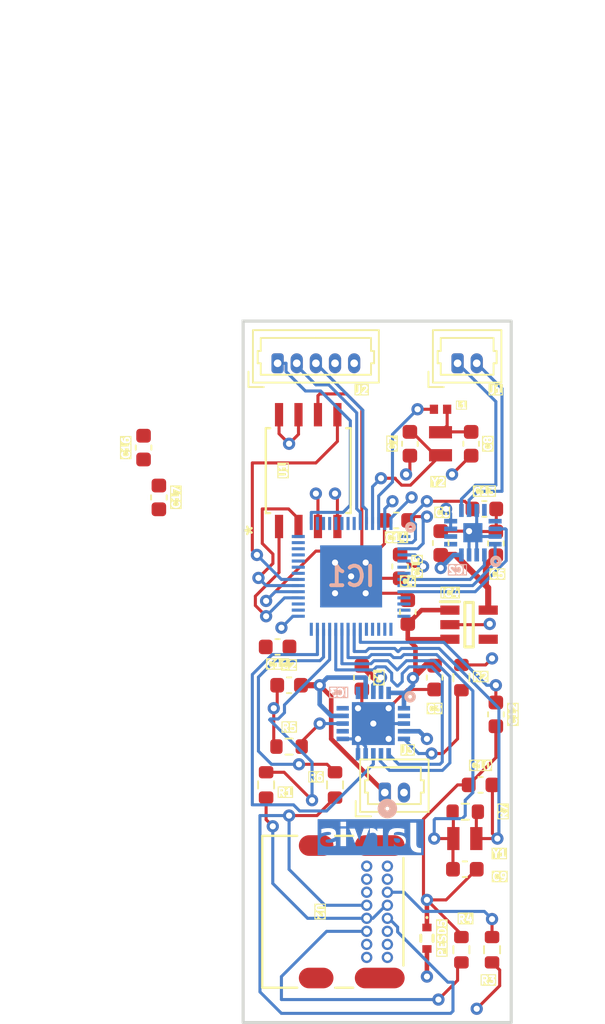
<source format=kicad_pcb>
(kicad_pcb (version 20240108) (generator "pcbnew") (generator_version "8.0")
  (layers (0 "F.Cu" signal) (1 "In1.Cu" signal) (2 "In2.Cu" signal) (31 "B.Cu" signal) (34 "B.Paste" user) (35 "F.Paste" user) (36 "B.SilkS" user "B.Silkscreen") (37 "F.SilkS" user "F.Silkscreen") (38 "B.Mask" user) (39 "F.Mask" user) (44 "Edge.Cuts" user))
  (net 0 "")
  (net 29 "Net-(IC2-OUTP)")
  (net 30 "Net-(IC2-OUTN)")
  (net 39 "GND")
  (net 40 "VBUS")
  (net 41 "/VBAT_1")
  (net 42 "/SYS")
  (net 43 "/PROG1")
  (net 44 "/THERM")
  (net 45 "+3.3V")
  (net 47 "Net-(IC1-GPIO19)")
  (net 48 "Net-(IC1-GPIO20)")
  (net 49 "Net-(U2-CC1)")
  (net 50 "/USB_DN")
  (net 51 "/USB_DP")
  (net 55 "Net-(U2-CC2)")
  (net 56 "Net-(IC1-SPICLK)")
  (net 57 "Net-(IC1-SPID)")
  (net 58 "Net-(IC1-SPIQ)")
  (net 60 "Net-(IC1-GPIO17)")
  (net 62 "Net-(IC1-GPIO18)")
  (net 63 "Net-(IC1-GPIO4)")
  (net 64 "Net-(IC1-GPIO3)")
  (net 65 "Net-(IC1-GPIO5)")
  (net 66 "Net-(IC1-GPIO21)")
  (net 67 "Net-(IC1-GPIO38)")
  (net 68 "Net-(IC1-GPIO46)")
  (net 69 "Net-(IC1-GPIO45)")
  (net 70 "Net-(IC1-XTAL_N)")
  (net 71 "Net-(C8-Pad2)")
  (net 72 "Net-(IC1-XTAL_32K_N)")
  (net 73 "Net-(IC1-XTAL_32K_P)")
  (net 74 "Net-(IC1-XTAL_P)")
  (footprint "Resistor_SMD:R_0603_1608Metric" (layer "F.Cu") (at 138.25 140.75 -90)
    (property "Reference" "R4")
    (property "Value" "5.1k")
  )
  (footprint "Capacitor_SMD:C_0603_1608Metric" (layer "F.Cu") (at 134 112.75 180)
    (property "Reference" "C14")
    (property "Value" "0.1uf")
  )
  (footprint "jarvis:PESD5V0X1UAB115" (layer "F.Cu") (at 136 140 -90)
    (property "Reference" "PESD5")
    (property "Value" "PESD5V0X1UAB,115" (hide yes))
  )
  (footprint "Capacitor_SMD:C_0603_1608Metric" (layer "F.Cu") (at 139.75 112)
    (property "Reference" "C13")
    (property "Value" "0.1uf")
  )
  (footprint "jarvis:MLG1005SR24JT000" (layer "F.Cu") (at 136.8875 105.5)
    (property "Reference" "L1")
    (property "Value" "24nh")
  )
  (footprint "Resistor_SMD:R_0603_1608Metric" (layer "F.Cu") (at 127 127.5 180)
    (property "Reference" "R1")
    (property "Value" "2k")
  )
  (footprint "jarvis:TLV70033DDCT" (layer "F.Cu") (at 138.75 119.55)
    (property "Reference" "IC4")
    (property "Value" "TLV70033DDCT" (hide yes))
  )
  (footprint "Resistor_SMD:R_0603_1608Metric" (layer "F.Cu") (at 125.5 130 90)
    (property "Reference" "R5")
    (property "Value" "22")
  )
  (footprint "Capacitor_SMD:C_0603_1608Metric" (layer "F.Cu") (at 131.75 123 -90)
    (property "Reference" "C1")
    (property "Value" "1uf")
  )
  (footprint "Resistor_SMD:R_0603_1608Metric" (layer "F.Cu") (at 130 130 90)
    (property "Reference" "R6")
    (property "Value" "22")
  )
  (footprint "Connector_Molex:Molex_PicoBlade_53047-0510_1x05_P1.25mm_Vertical" (layer "F.Cu") (at 126.25 102.5)
    (property "Reference" "J2")
    (property "Value" "Mic Conn_01x05")
  )
  (footprint "Resistor_SMD:R_0603_1608Metric" (layer "F.Cu") (at 140.25 140.75 -90)
    (property "Reference" "R3")
    (property "Value" "5.1k")
  )
  (footprint "Capacitor_SMD:C_0603_1608Metric" (layer "F.Cu") (at 134.75 118.725 -90)
    (property "Reference" "C4")
    (property "Value" "1uf")
  )
  (footprint "Capacitor_SMD:C_0603_1608Metric" (layer "F.Cu") (at 136.5 123 90)
    (property "Reference" "C3")
    (property "Value" "4.7uf")
  )
  (footprint "Capacitor_SMD:C_0603_1608Metric" (layer "F.Cu") (at 138.8875 107.75 90)
    (property "Reference" "C8")
    (property "Value" "12pf")
  )
  (footprint "Capacitor_SMD:C_0603_1608Metric" (layer "F.Cu") (at 134.8875 107.75 -90)
    (property "Reference" "C7")
    (property "Value" "12pf")
  )
  (footprint "jarvis:XTAL_CM8V-T1A-32.768KHZ-7PF-20PPM-TA-QC" (layer "F.Cu") (at 138.475 133.5 180)
    (property "Reference" "Y1")
    (property "Value" "Crystal 32.768khz")
  )
  (footprint "Capacitor_SMD:C_0603_1608Metric" (layer "F.Cu") (at 134.25 115.75 -90)
    (property "Reference" "C15")
    (property "Value" "0.1uf")
  )
  (footprint "Capacitor_SMD:C_0603_1608Metric" (layer "F.Cu") (at 138.475 135.5)
    (property "Reference" "C9")
    (property "Value" "12pf")
  )
  (footprint "Capacitor_SMD:C_0603_1608Metric" (layer "F.Cu") (at 139.5 130 180)
    (property "Reference" "C10")
    (property "Value" "12pf")
  )
  (footprint "jarvis:2137160001_MOL" (layer "F.Cu") (at 133.4182 135.300001 -90)
    (property "Reference" "U2")
    (property "Value" "2137160001")
  )
  (footprint "jarvis:W25Q64JVSSIQ" (layer "F.Cu") (at 128.25 109.5 90)
    (property "Reference" "U1")
    (property "Value" "W25Q64JVSSIQ")
  )
  (footprint "Capacitor_SMD:C_0603_1608Metric" (layer "F.Cu") (at 117.5 108 90)
    (property "Reference" "C16")
    (property "Value" "0.1uf")
  )
  (footprint "Capacitor_SMD:C_0603_1608Metric" (layer "F.Cu") (at 118.5 111.25 -90)
    (property "Reference" "C17")
    (property "Value" "0.1uf")
  )
  (footprint "Capacitor_SMD:C_0603_1608Metric" (layer "F.Cu") (at 140.5 125.4 -90)
    (property "Reference" "C12")
    (property "Value" "0.1uf")
  )
  (footprint "Capacitor_SMD:C_0603_1608Metric" (layer "F.Cu") (at 140.5 114.25 -90)
    (property "Reference" "C5")
    (property "Value" "1uf")
  )
  (footprint "Connector_Molex:Molex_PicoBlade_53047-0210_1x02_P1.25mm_Vertical" (layer "F.Cu") (at 138 102.5)
    (property "Reference" "J1")
    (property "Value" "Conn_01x02 - Speaker")
  )
  (footprint "Resistor_SMD:R_0603_1608Metric" (layer "F.Cu") (at 138.25 123 -90)
    (property "Reference" "R2")
    (property "Value" "10k")
  )
  (footprint "Connector_Molex:Molex_PicoBlade_53047-0210_1x02_P1.25mm_Vertical" (layer "F.Cu") (at 133.25 130.5)
    (property "Reference" "J3")
    (property "Value" "Conn_01x02 - Battery")
  )
  (footprint "Capacitor_SMD:C_0603_1608Metric" (layer "F.Cu") (at 136.9 114.225 -90)
    (property "Reference" "C6")
    (property "Value" "10uf")
  )
  (footprint "jarvis:XTAL_CM8V-T1A-32.768KHZ-7PF-20PPM-TA-QC" (layer "F.Cu") (at 136.8875 107.75 90)
    (property "Reference" "Y2")
    (property "Value" "Crystal 40mhz")
  )
  (footprint "Resistor_SMD:R_0603_1608Metric" (layer "F.Cu") (at 138.5 131.75 180)
    (property "Reference" "R7")
    (property "Value" "5M")
  )
  (footprint "Capacitor_SMD:C_0603_1608Metric" (layer "F.Cu") (at 127 123.5 180)
    (property "Reference" "C2")
    (property "Value" "10uf")
  )
  (footprint "Capacitor_SMD:C_0603_1608Metric" (layer "F.Cu") (at 126.25 121 180)
    (property "Reference" "C11")
    (property "Value" "0.1uf")
  )
  (footprint "jarvis:MCP73871T-4CAI ML" (layer "B.Cu") (at 132.5 126 180)
    (property "Reference" "IC3")
    (property "Value" "MCP73871T-4CAI_ML" (hide yes))
  )
  (footprint "jarvis:LIB_MAX98357AETE+T" (layer "B.Cu") (at 139 113.55 90)
    (property "Reference" "IC2")
    (property "Value" "MAX98357AETE+T" (hide yes))
  )
  (footprint "jarvis:esp32-s3r16v" (layer "B.Cu") (at 131.05 116.4 180)
    (property "Reference" "IC1")
    (property "Value" "ESP32-S3R16V" (hide yes))
  )
  (gr_rect (start 124 99.75) (end 141.5 145.5) (stroke (width 0.2)) (fill none) (layer "Edge.Cuts"))
  (gr_text "Jarvis" (at 135.5 134.25 0) (layer "B.Cu" knockout) (effects (font (size 1.5 1.5) (thickness 0.3) (bold yes)) (justify left bottom mirror)))
  (segment (start 138 102.5) (end 140.5 105) (width 0.2) (layer "B.Cu") (net 29))
  (segment (start 138.25 111.359314) (end 138.25 112.1) (width 0.2) (layer "B.Cu") (net 29))
  (segment (start 140.5 110.45) (end 139.159314 110.45) (width 0.2) (layer "B.Cu") (net 29))
  (segment (start 139.159314 110.45) (end 138.25 111.359314) (width 0.2) (layer "B.Cu") (net 29))
  (segment (start 140.5 105) (end 140.5 110.45) (width 0.2) (layer "B.Cu") (net 29))
  (segment (start 140.9 110.85) (end 140.9 104.15) (width 0.2) (layer "B.Cu") (net 30))
  (segment (start 138.75 111.425) (end 139.325 110.85) (width 0.2) (layer "B.Cu") (net 30))
  (segment (start 139.325 110.85) (end 140.9 110.85) (width 0.2) (layer "B.Cu") (net 30))
  (segment (start 138.75 112.1) (end 138.75 111.425) (width 0.2) (layer "B.Cu") (net 30))
  (segment (start 140.9 104.15) (end 139.25 102.5) (width 0.2) (layer "B.Cu") (net 30))
  (segment (start 130.155 111.155) (end 130 111) (width 0.2) (layer "F.Cu") (net 39))
  (segment (start 138.8625 108.525) (end 137.6375 109.75) (width 0.2) (layer "F.Cu") (net 39))
  (segment (start 138.8875 108.525) (end 138.8625 108.525) (width 0.2) (layer "F.Cu") (net 39))
  (segment (start 135.775 132.225) (end 138 130) (width 0.2) (layer "F.Cu") (net 39))
  (segment (start 140.25 141.575) (end 140.75 142.075) (width 0.2) (layer "F.Cu") (net 39))
  (segment (start 134.25 116.525) (end 132.975 116.525) (width 0.2) (layer "F.Cu") (net 39))
  (segment (start 138.75 113.45) (end 136.9 113.45) (width 0.2) (layer "F.Cu") (net 39))
  (segment (start 140.525 113.45) (end 140.5 113.475) (width 0.2) (layer "F.Cu") (net 39))
  (segment (start 132.975 116.525) (end 132 117.5) (width 0.2) (layer "F.Cu") (net 39))
  (segment (start 134.3 117.5) (end 134.75 117.95) (width 0.2) (layer "F.Cu") (net 39))
  (segment (start 134.725 123.775) (end 133.5 125) (width 0.2) (layer "F.Cu") (net 39))
  (segment (start 134.8875 108.525) (end 134.8875 109.5) (width 0.2) (layer "F.Cu") (net 39))
  (segment (start 138.25 139.925) (end 138.25 139.75) (width 0.2) (layer "F.Cu") (net 39))
  (segment (start 139.825 122.175) (end 140.25 121.75) (width 0.2) (layer "F.Cu") (net 39))
  (segment (start 130.155 113.1449) (end 130.155 111.155) (width 0.2) (layer "F.Cu") (net 39))
  (segment (start 133.225 112.75) (end 133.225 114.275) (width 0.2) (layer "F.Cu") (net 39))
  (segment (start 136 139.3) (end 136 137.5) (width 0.3) (layer "F.Cu") (net 39))
  (segment (start 140.525 112) (end 140.525 113.45) (width 0.2) (layer "F.Cu") (net 39))
  (segment (start 131.75 123.775) (end 131.75 124.75) (width 0.2) (layer "F.Cu") (net 39))
  (segment (start 126.225 124.775) (end 126 125) (width 0.2) (layer "F.Cu") (net 39))
  (segment (start 140.5 126.175) (end 140.5 128.225) (width 0.2) (layer "F.Cu") (net 39))
  (segment (start 136 137.5) (end 137.25 137.5) (width 0.2) (layer "F.Cu") (net 39))
  (segment (start 133.225 114.275) (end 132 115.5) (width 0.2) (layer "F.Cu") (net 39))
  (segment (start 140.1 119.5) (end 140.05 119.55) (width 0.2) (layer "F.Cu") (net 39))
  (segment (start 140.75 142.075) (end 140.75 143.1) (width 0.2) (layer "F.Cu") (net 39))
  (segment (start 137.25 137.5) (end 139.25 135.5) (width 0.2) (layer "F.Cu") (net 39))
  (segment (start 126 127.35) (end 126 125) (width 0.2) (layer "F.Cu") (net 39))
  (segment (start 138.775 113.475) (end 138.75 113.45) (width 0.2) (layer "F.Cu") (net 39))
  (segment (start 140.75 143.1) (end 139.25 144.6) (width 0.2) (layer "F.Cu") (net 39))
  (segment (start 138 130) (end 138.725 130) (width 0.2) (layer "F.Cu") (net 39))
  (segment (start 136.5 123.775) (end 134.725 123.775) (width 0.2) (layer "F.Cu") (net 39))
  (segment (start 131.75 124.75) (end 131.5 125) (width 0.2) (layer "F.Cu") (net 39))
  (segment (start 138.25 122.175) (end 139.825 122.175) (width 0.2) (layer "F.Cu") (net 39))
  (segment (start 134.8875 109.5) (end 134.6375 109.75) (width 0.2) (layer "F.Cu") (net 39))
  (segment (start 140.5 113.475) (end 138.775 113.475) (width 0.2) (layer "F.Cu") (net 39))
  (segment (start 138.25 139.75) (end 136 137.5) (width 0.2) (layer "F.Cu") (net 39))
  (segment (start 140.5 128.225) (end 138.725 130) (width 0.2) (layer "F.Cu") (net 39))
  (segment (start 126.225 123.5) (end 126.225 124.775) (width 0.2) (layer "F.Cu") (net 39))
  (segment (start 136 137.5) (end 135.775 137.275) (width 0.2) (layer "F.Cu") (net 39))
  (segment (start 140.05 119.55) (end 137.5 119.55) (width 0.2) (layer "F.Cu") (net 39))
  (segment (start 135.775 137.275) (end 135.775 132.225) (width 0.2) (layer "F.Cu") (net 39))
  (segment (start 137.775 109.8875) (end 137.6375 109.75) (width 0.2) (layer "F.Cu") (net 39))
  (segment (start 136 137.675) (end 136 137.5) (width 0.2) (layer "F.Cu") (net 39))
  (segment (start 132 117.5) (end 134.3 117.5) (width 0.2) (layer "F.Cu") (net 39))
  (via (at 139.25 144.6) (size 0.8) (drill 0.4) (layers "F.Cu" "B.Cu") (net 39))
  (via (at 133.5 125) (size 0.8) (drill 0.4) (layers "F.Cu" "B.Cu") (net 39))
  (via (at 133.5 127) (size 0.8) (drill 0.4) (layers "F.Cu" "B.Cu") (net 39))
  (via (at 130 117.5) (size 0.8) (drill 0.4) (layers "F.Cu" "B.Cu") (net 39))
  (via (at 132.5 126) (size 0.8) (drill 0.4) (layers "F.Cu" "B.Cu") (net 39))
  (via (at 132 117.5) (size 0.8) (drill 0.4) (layers "F.Cu" "B.Cu") (net 39))
  (via (at 131.05 116.4) (size 0.8) (drill 0.4) (layers "F.Cu" "B.Cu") (net 39))
  (via (at 136 137.5) (size 0.8) (drill 0.4) (layers "F.Cu" "B.Cu") (net 39))
  (via (at 140.1 119.5) (size 0.8) (drill 0.4) (layers "F.Cu" "B.Cu") (net 39))
  (via (at 138.75 113.45) (size 0.8) (drill 0.4) (layers "F.Cu" "B.Cu") (net 39))
  (via (at 140.25 121.75) (size 0.8) (drill 0.4) (layers "F.Cu" "B.Cu") (net 39))
  (via (at 131.5 127) (size 0.8) (drill 0.4) (layers "F.Cu" "B.Cu") (net 39))
  (via (at 134.6375 109.75) (size 0.8) (drill 0.4) (layers "F.Cu" "B.Cu") (net 39))
  (via (at 137.6375 109.75) (size 0.8) (drill 0.4) (layers "F.Cu" "B.Cu") (net 39))
  (via (at 132 115.5) (size 0.8) (drill 0.4) (layers "F.Cu" "B.Cu") (net 39))
  (via (at 130 111) (size 0.8) (drill 0.4) (layers "F.Cu" "B.Cu") (net 39))
  (via (at 130 115.5) (size 0.8) (drill 0.4) (layers "F.Cu" "B.Cu") (net 39))
  (via (at 126 125) (size 0.8) (drill 0.4) (layers "F.Cu" "B.Cu") (net 39))
  (via (at 131.5 125) (size 0.8) (drill 0.4) (layers "F.Cu" "B.Cu") (net 39))
  (segment (start 138.9 113.45) (end 138.75 113.45) (width 0.2) (layer "B.Cu") (net 39))
  (segment (start 138.75 113.45) (end 139.3 113.45) (width 0.2) (layer "B.Cu") (net 39))
  (segment (start 132 128) (end 132 127.5) (width 0.2) (layer "B.Cu") (net 39))
  (segment (start 139.25 113.8) (end 138.9 113.45) (width 0.2) (layer "B.Cu") (net 39))
  (segment (start 132 127.5) (end 131.5 127) (width 0.2) (layer "B.Cu") (net 39))
  (segment (start 139.25 112.95) (end 139.25 112.1) (width 0.2) (layer "B.Cu") (net 39))
  (segment (start 134.5 126) (end 132.5 126) (width 0.2) (layer "B.Cu") (net 39))
  (segment (start 139.25 115) (end 139.25 113.8) (width 0.2) (layer "B.Cu") (net 39))
  (segment (start 138.75 113.3) (end 138.75 113.45) (width 0.2) (layer "B.Cu") (net 39))
  (segment (start 138.75 113.45) (end 139.25 112.95) (width 0.2) (layer "B.Cu") (net 39))
  (segment (start 140.45 113.8) (end 139.25 113.8) (width 0.2) (layer "B.Cu") (net 39))
  (segment (start 131.5 128) (end 131.5 127) (width 0.2) (layer "B.Cu") (net 39))
  (segment (start 139.3 113.45) (end 139.45 113.3) (width 0.2) (layer "B.Cu") (net 39))
  (segment (start 130.5 127) (end 131.5 127) (width 0.2) (layer "B.Cu") (net 39))
  (segment (start 138.75 113.45) (end 138.75 115) (width 0.2) (layer "B.Cu") (net 39))
  (segment (start 133 123) (end 132.525 123) (width 0.4) (layer "F.Cu") (net 40))
  (segment (start 132.525 123) (end 131.75 122.225) (width 0.4) (layer "F.Cu") (net 40))
  (segment (start 136 142.5) (end 136 140.7) (width 0.3) (layer "F.Cu") (net 40))
  (via (at 133 123) (size 0.8) (drill 0.4) (layers "F.Cu" "B.Cu") (net 40))
  (via (at 136 142.5) (size 0.8) (drill 0.4) (layers "F.Cu" "B.Cu") (net 40))
  (via (at 136 127) (size 0.8) (drill 0.4) (layers "F.Cu" "B.Cu") (net 40))
  (segment (start 135.5 126.5) (end 136 127) (width 0.3) (layer "B.Cu") (net 40))
  (segment (start 133 124) (end 133 123) (width 0.3) (layer "B.Cu") (net 40))
  (segment (start 133 123) (end 132.5 123.5) (width 0.3) (layer "B.Cu") (net 40))
  (segment (start 134.5 126.5) (end 135.5 126.5) (width 0.3) (layer "B.Cu") (net 40))
  (segment (start 132.5 123.5) (end 132.5 124) (width 0.3) (layer "B.Cu") (net 40))
  (segment (start 129.75 127) (end 133.25 130.5) (width 0.3) (layer "F.Cu") (net 41))
  (segment (start 129 123.5) (end 129.75 124.25) (width 0.3) (layer "F.Cu") (net 41))
  (segment (start 129.75 124.25) (end 129.75 127) (width 0.3) (layer "F.Cu") (net 41))
  (segment (start 129 123.5) (end 127.775 123.5) (width 0.4) (layer "F.Cu") (net 41))
  (via (at 129 123.5) (size 0.8) (drill 0.4) (layers "F.Cu" "B.Cu") (net 41))
  (segment (start 129.98995 125.5) (end 129.75 125.5) (width 0.3) (layer "B.Cu") (net 41))
  (segment (start 130.5 125.5) (end 129.98995 125.5) (width 0.3) (layer "B.Cu") (net 41))
  (segment (start 132 124) (end 132 123) (width 0.3) (layer "B.Cu") (net 41))
  (segment (start 129.75 125.5) (end 129 124.75) (width 0.3) (layer "B.Cu") (net 41))
  (segment (start 129 124.75) (end 129 123.5) (width 0.3) (layer "B.Cu") (net 41))
  (segment (start 132 123) (end 129.5 123) (width 0.3) (layer "B.Cu") (net 41))
  (segment (start 129.5 123) (end 129 123.5) (width 0.3) (layer "B.Cu") (net 41))
  (segment (start 136.118785 122) (end 136.225 122) (width 0.4) (layer "F.Cu") (net 42))
  (segment (start 134.75 120.5) (end 134.75 119.5) (width 0.3) (layer "F.Cu") (net 42))
  (segment (start 135.25 122.868785) (end 135.25 121) (width 0.3) (layer "F.Cu") (net 42))
  (segment (start 137.5 118.6) (end 135.65 118.6) (width 0.3) (layer "F.Cu") (net 42))
  (segment (start 135.25 121) (end 134.75 120.5) (width 0.3) (layer "F.Cu") (net 42))
  (segment (start 126.345 113.1449) (end 126.345 116.14495) (width 0.2) (layer "F.Cu") (net 42))
  (segment (start 135.65 118.6) (end 134.75 119.5) (width 0.3) (layer "F.Cu") (net 42))
  (segment (start 124.8 117.68995) (end 124.8 118.3) (width 0.2) (layer "F.Cu") (net 42))
  (segment (start 124.8 118.3) (end 125.5 119) (width 0.2) (layer "F.Cu") (net 42))
  (segment (start 134.75 120.5) (end 137.5 120.5) (width 0.3) (layer "F.Cu") (net 42))
  (segment (start 135.086387 123.032398) (end 135.25 122.868785) (width 0.3) (layer "F.Cu") (net 42))
  (segment (start 126.345 116.14495) (end 124.8 117.68995) (width 0.2) (layer "F.Cu") (net 42))
  (segment (start 135.086387 123.032398) (end 136.118785 122) (width 0.4) (layer "F.Cu") (net 42))
  (via (at 125.5 119) (size 0.8) (drill 0.4) (layers "F.Cu" "B.Cu") (net 42))
  (via (at 135.086387 123.032398) (size 0.8) (drill 0.4) (layers "F.Cu" "B.Cu") (net 42))
  (segment (start 126.7 117.8) (end 125.5 119) (width 0.2) (layer "B.Cu") (net 42))
  (segment (start 134.5 124.1) (end 134.5 125) (width 0.3) (layer "B.Cu") (net 42))
  (segment (start 135.086387 123.513613) (end 135.086387 123.032398) (width 0.3) (layer "B.Cu") (net 42))
  (segment (start 127.6 117.8) (end 126.7 117.8) (width 0.2) (layer "B.Cu") (net 42))
  (segment (start 133.5 124) (end 134.6 124) (width 0.3) (layer "B.Cu") (net 42))
  (segment (start 134.6 124) (end 135.086387 123.513613) (width 0.3) (layer "B.Cu") (net 42))
  (segment (start 127.825 127.175) (end 127.825 127.5) (width 0.2) (layer "F.Cu") (net 43))
  (segment (start 129 126) (end 127.825 127.175) (width 0.2) (layer "F.Cu") (net 43))
  (via (at 129 126) (size 0.8) (drill 0.4) (layers "F.Cu" "B.Cu") (net 43))
  (segment (start 130.5 126) (end 129 126) (width 0.2) (layer "B.Cu") (net 43))
  (segment (start 136.3 127.95394) (end 137.04606 127.95394) (width 0.2) (layer "F.Cu") (net 44))
  (segment (start 138 127) (end 138 124.01005) (width 0.2) (layer "F.Cu") (net 44))
  (segment (start 138.18505 123.825) (end 138.25 123.825) (width 0.2) (layer "F.Cu") (net 44))
  (segment (start 138 124.01005) (end 138.18505 123.825) (width 0.2) (layer "F.Cu") (net 44))
  (segment (start 137.04606 127.95394) (end 138 127) (width 0.2) (layer "F.Cu") (net 44))
  (via (at 136.3 127.95394) (size 0.8) (drill 0.4) (layers "F.Cu" "B.Cu") (net 44))
  (segment (start 135.45394 127.95394) (end 134.5 127) (width 0.2) (layer "B.Cu") (net 44))
  (segment (start 136.3 127.95394) (end 135.45394 127.95394) (width 0.2) (layer "B.Cu") (net 44))
  (segment (start 140.5 123.5) (end 140.5 124.625) (width 0.2) (layer "F.Cu") (net 45))
  (segment (start 128.885 113.1449) (end 128.885 111.135) (width 0.2) (layer "F.Cu") (net 45))
  (segment (start 137.85 115) (end 140 117.15) (width 0.4) (layer "F.Cu") (net 45))
  (segment (start 128.885 111.135) (end 128.75 111) (width 0.2) (layer "F.Cu") (net 45))
  (segment (start 135.025 115.75) (end 134.25 114.975) (width 0.2) (layer "F.Cu") (net 45))
  (segment (start 138.475 111.5) (end 138.975 112) (width 0.2) (layer "F.Cu") (net 45))
  (segment (start 136 112.5) (end 135.025 112.5) (width 0.2) (layer "F.Cu") (net 45))
  (segment (start 140 117.15) (end 139.85 117) (width 0.3) (layer "F.Cu") (net 45))
  (segment (start 139.85 115.675) (end 139.85 117) (width 0.4) (layer "F.Cu") (net 45))
  (segment (start 135.75 115.75) (end 135.025 115.75) (width 0.2) (layer "F.Cu") (net 45))
  (segment (start 127.615 105.8551) (end 127.615 107.135) (width 0.2) (layer "F.Cu") (net 45))
  (segment (start 140.5 115.025) (end 139.85 115.675) (width 0.4) (layer "F.Cu") (net 45))
  (segment (start 126.345 105.8551) (end 126.345 107.095) (width 0.2) (layer "F.Cu") (net 45))
  (segment (start 140 118.6) (end 140 117.15) (width 0.4) (layer "F.Cu") (net 45))
  (segment (start 127.615 107.135) (end 127 107.75) (width 0.2) (layer "F.Cu") (net 45))
  (segment (start 126.345 107.095) (end 127 107.75) (width 0.2) (layer "F.Cu") (net 45))
  (segment (start 136 111.5) (end 138.475 111.5) (width 0.2) (layer "F.Cu") (net 45))
  (segment (start 136.9 115.85) (end 136.9 115) (width 0.4) (layer "F.Cu") (net 45))
  (segment (start 135.025 112.5) (end 134.775 112.75) (width 0.2) (layer "F.Cu") (net 45))
  (segment (start 136.9 115) (end 137.85 115) (width 0.4) (layer "F.Cu") (net 45))
  (via (at 140.5 123.5) (size 0.8) (drill 0.4) (layers "F.Cu" "B.Cu") (net 45))
  (via (at 127 107.75) (size 0.8) (drill 0.4) (layers "F.Cu" "B.Cu") (net 45))
  (via (at 136.9 115.85) (size 0.8) (drill 0.4) (layers "F.Cu" "B.Cu") (net 45))
  (via (at 136 112.5) (size 0.8) (drill 0.4) (layers "F.Cu" "B.Cu") (net 45))
  (via (at 135.75 115.75) (size 0.8) (drill 0.4) (layers "F.Cu" "B.Cu") (net 45))
  (via (at 136 111.5) (size 0.8) (drill 0.4) (layers "F.Cu" "B.Cu") (net 45))
  (via (at 135 111.25) (size 0.8) (drill 0.4) (layers "F.Cu" "B.Cu") (net 45))
  (via (at 126.5 119.75) (size 0.8) (drill 0.4) (layers "F.Cu" "B.Cu") (net 45))
  (via (at 128.75 111) (size 0.8) (drill 0.4) (layers "F.Cu" "B.Cu") (net 45))
  (via (at 137.25 112) (size 0.8) (drill 0.4) (layers "F.Cu" "B.Cu") (net 45))
  (via (at 133.75 111.5) (size 0.8) (drill 0.4) (layers "F.Cu" "B.Cu") (net 45))
  (segment (start 134.5 115) (end 135.225 115) (width 0.2) (layer "B.Cu") (net 45))
  (segment (start 135.25 114) (end 135.05 114.2) (width 0.2) (layer "B.Cu") (net 45))
  (segment (start 127.6 119) (end 127.25 119) (width 0.2) (layer "B.Cu") (net 45))
  (segment (start 127.25 119) (end 126.5 119.75) (width 0.2) (layer "B.Cu") (net 45))
  (segment (start 134.5 114.6) (end 135.4 114.6) (width 0.2) (layer "B.Cu") (net 45))
  (segment (start 135.75 115.525) (end 135.75 115.75) (width 0.2) (layer "B.Cu") (net 45))
  (segment (start 135 112.75) (end 135.25 113) (width 0.2) (layer "B.Cu") (net 45))
  (segment (start 131.65 119.85) (end 131.65 120.7) (width 0.2) (layer "B.Cu") (net 45))
  (segment (start 131.65 120.7) (end 137.1 120.7) (width 0.2) (layer "B.Cu") (net 45))
  (segment (start 135 112.5) (end 135 112.75) (width 0.2) (layer "B.Cu") (net 45))
  (segment (start 136 111.5) (end 135 112.5) (width 0.2) (layer "B.Cu") (net 45))
  (segment (start 133.25 112) (end 133.75 111.5) (width 0.2) (layer "B.Cu") (net 45))
  (segment (start 135.755025 112.744975) (end 136 112.5) (width 0.2) (layer "B.Cu") (net 45))
  (segment (start 135.05 114.2) (end 134.5 114.2) (width 0.2) (layer "B.Cu") (net 45))
  (segment (start 135 111.25) (end 133.65 112.6) (width 0.2) (layer "B.Cu") (net 45))
  (segment (start 138.25 115.275) (end 138.25 115) (width 0.3) (layer "B.Cu") (net 45))
  (segment (start 137.75 115) (end 138.25 115) (width 0.3) (layer "B.Cu") (net 45))
  (segment (start 135.225 115) (end 135.75 115.525) (width 0.2) (layer "B.Cu") (net 45))
  (segment (start 139.9 123.5) (end 140.5 123.5) (width 0.2) (layer "B.Cu") (net 45))
  (segment (start 133.65 112.6) (end 133.65 112.95) (width 0.2) (layer "B.Cu") (net 45))
  (segment (start 137.55 113.3) (end 137.55 112.3) (width 0.2) (layer "B.Cu") (net 45))
  (segment (start 136.9 115.85) (end 137.75 115) (width 0.3) (layer "B.Cu") (net 45))
  (segment (start 135.25 113) (end 135.25 114) (width 0.2) (layer "B.Cu") (net 45))
  (segment (start 133.25 112.95) (end 133.25 112) (width 0.2) (layer "B.Cu") (net 45))
  (segment (start 135.4 114.6) (end 135.755025 114.244975) (width 0.2) (layer "B.Cu") (net 45))
  (segment (start 135.755025 114.244975) (end 135.755025 112.744975) (width 0.2) (layer "B.Cu") (net 45))
  (segment (start 137.55 112.3) (end 137.25 112) (width 0.2) (layer "B.Cu") (net 45))
  (segment (start 137.1 120.7) (end 139.9 123.5) (width 0.2) (layer "B.Cu") (net 45))
  (segment (start 126.675 129.175) (end 125.5 129.175) (width 0.2) (layer "F.Cu") (net 47))
  (segment (start 128.5 131) (end 126.675 129.175) (width 0.2) (layer "F.Cu") (net 47))
  (via (at 128.5 131) (size 0.8) (drill 0.4) (layers "F.Cu" "B.Cu") (net 47))
  (segment (start 125.730636 125.750735) (end 125.781371 125.7) (width 0.2) (layer "B.Cu") (net 47))
  (segment (start 126.28995 125.7) (end 126.7 125.28995) (width 0.2) (layer "B.Cu") (net 47))
  (segment (start 129.65 121.831371) (end 129.65 119.85) (width 0.2) (layer "B.Cu") (net 47))
  (segment (start 126.7 125.28995) (end 126.7 124.781371) (width 0.2) (layer "B.Cu") (net 47))
  (segment (start 126.7 124.781371) (end 129.65 121.831371) (width 0.2) (layer "B.Cu") (net 47))
  (segment (start 125.781371 125.7) (end 126.28995 125.7) (width 0.2) (layer "B.Cu") (net 47))
  (segment (start 128.5 128.5201) (end 125.730636 125.750735) (width 0.2) (layer "B.Cu") (net 47))
  (segment (start 128.5 131) (end 128.5 128.5201) (width 0.2) (layer "B.Cu") (net 47))
  (segment (start 127.644975 128.655025) (end 129.480025 128.655025) (width 0.2) (layer "F.Cu") (net 48))
  (segment (start 129.480025 128.655025) (end 130 129.175) (width 0.2) (layer "F.Cu") (net 48))
  (via (at 127.644975 128.655025) (size 0.8) (drill 0.4) (layers "F.Cu" "B.Cu") (net 48))
  (segment (start 125.855025 128.655025) (end 125 127.8) (width 0.2) (layer "B.Cu") (net 48))
  (segment (start 125 122.965686) (end 126.065686 121.9) (width 0.2) (layer "B.Cu") (net 48))
  (segment (start 126.065686 121.9) (end 129.015685 121.9) (width 0.2) (layer "B.Cu") (net 48))
  (segment (start 129.25 121.665685) (end 129.25 119.85) (width 0.2) (layer "B.Cu") (net 48))
  (segment (start 127.644975 128.655025) (end 125.855025 128.655025) (width 0.2) (layer "B.Cu") (net 48))
  (segment (start 129.015685 121.9) (end 129.25 121.665685) (width 0.2) (layer "B.Cu") (net 48))
  (segment (start 125 127.8) (end 125 122.965686) (width 0.2) (layer "B.Cu") (net 48))
  (segment (start 140.25 138.75) (end 140.25 139.925) (width 0.2) (layer "F.Cu") (net 49))
  (via (at 140.25 138.75) (size 0.8) (drill 0.4) (layers "F.Cu" "B.Cu") (net 49))
  (segment (start 140.25 138.75) (end 139.75 138.25) (width 0.2) (layer "B.Cu") (net 49))
  (segment (start 135.76005 138.25) (end 134.51005 137) (width 0.2) (layer "B.Cu") (net 49))
  (segment (start 139.75 138.25) (end 135.76005 138.25) (width 0.2) (layer "B.Cu") (net 49))
  (segment (start 134.51005 137) (end 133.4182 137) (width 0.2) (layer "B.Cu") (net 49))
  (segment (start 130 130.825) (end 128.825 132) (width 0.2) (layer "F.Cu") (net 50))
  (segment (start 128.825 132) (end 127 132) (width 0.2) (layer "F.Cu") (net 50))
  (via (at 127 132) (size 0.8) (drill 0.4) (layers "F.Cu" "B.Cu") (net 50))
  (segment (start 129.339951 137.850001) (end 132.0682 137.850001) (width 0.2) (layer "B.Cu") (net 50))
  (segment (start 137.7 144.75) (end 137.7 142.865686) (width 0.2) (layer "B.Cu") (net 50))
  (segment (start 125.1 132) (end 125.1 143.5) (width 0.2) (layer "B.Cu") (net 50))
  (segment (start 137.55 144.9) (end 137.7 144.75) (width 0.2) (layer "B.Cu") (net 50))
  (segment (start 137.7 142.865686) (end 137.365686 142.865686) (width 0.2) (layer "B.Cu") (net 50))
  (segment (start 137.365686 142.865686) (end 134.0865 139.5865) (width 0.2) (layer "B.Cu") (net 50))
  (segment (start 127 132) (end 127 135.51005) (width 0.2) (layer "B.Cu") (net 50))
  (segment (start 133.513318 138.700002) (end 133.4182 138.700002) (width 0.2) (layer "B.Cu") (net 50))
  (segment (start 126.5 144.9) (end 137.55 144.9) (width 0.2) (layer "B.Cu") (net 50))
  (segment (start 127 135.51005) (end 129.339951 137.850001) (width 0.2) (layer "B.Cu") (net 50))
  (segment (start 127 132) (end 125.1 132) (width 0.2) (layer "B.Cu") (net 50))
  (segment (start 125.1 143.5) (end 126.5 144.9) (width 0.2) (layer "B.Cu") (net 50))
  (segment (start 134.0865 139.273184) (end 133.513318 138.700002) (width 0.2) (layer "B.Cu") (net 50))
  (segment (start 134.0865 139.5865) (end 134.0865 139.273184) (width 0.2) (layer "B.Cu") (net 50))
  (segment (start 125.5 130.825) (end 125.5 132.264138) (width 0.2) (layer "F.Cu") (net 51))
  (segment (start 125.5 132.264138) (end 125.935862 132.7) (width 0.2) (layer "F.Cu") (net 51))
  (via (at 125.935862 132.7) (size 0.8) (drill 0.4) (layers "F.Cu" "B.Cu") (net 51))
  (segment (start 133.323082 137.850001) (end 132.473081 138.700002) (width 0.2) (layer "B.Cu") (net 51))
  (segment (start 128.210052 138.700002) (end 132.0682 138.700002) (width 0.2) (layer "B.Cu") (net 51))
  (segment (start 125.935862 132.7) (end 125.935862 136.425812) (width 0.2) (layer "B.Cu") (net 51))
  (segment (start 133.4182 137.850001) (end 133.323082 137.850001) (width 0.2) (layer "B.Cu") (net 51))
  (segment (start 132.473081 138.700002) (end 132.0682 138.700002) (width 0.2) (layer "B.Cu") (net 51))
  (segment (start 125.935862 136.425812) (end 128.210052 138.700002) (width 0.2) (layer "B.Cu") (net 51))
  (segment (start 138 141.825) (end 138.25 141.575) (width 0.2) (layer "F.Cu") (net 55))
  (segment (start 138 142.75) (end 138 141.825) (width 0.2) (layer "F.Cu") (net 55))
  (segment (start 136.75 144) (end 138 142.75) (width 0.2) (layer "F.Cu") (net 55))
  (via (at 136.75 144) (size 0.8) (drill 0.4) (layers "F.Cu" "B.Cu") (net 55))
  (segment (start 126.5 144) (end 126.5 142.5) (width 0.2) (layer "B.Cu") (net 55))
  (segment (start 126.5 142.5) (end 129.449997 139.550003) (width 0.2) (layer "B.Cu") (net 55))
  (segment (start 129.449997 139.550003) (end 132.0682 139.550003) (width 0.2) (layer "B.Cu") (net 55))
  (segment (start 136.75 144) (end 126.5 144) (width 0.2) (layer "B.Cu") (net 55))
  (segment (start 131.75 105.5) (end 131.75 114.75) (width 0.2) (layer "F.Cu") (net 56))
  (segment (start 128.885 105.8551) (end 128.885 104.615) (width 0.2) (layer "F.Cu") (net 56))
  (segment (start 129 104.5) (end 130.75 104.5) (width 0.2) (layer "F.Cu") (net 56))
  (segment (start 131.75 114.75) (end 128.75 114.75) (width 0.2) (layer "F.Cu") (net 56))
  (segment (start 128.75 114.75) (end 125.5 118) (width 0.2) (layer "F.Cu") (net 56))
  (segment (start 130.75 104.5) (end 131.75 105.5) (width 0.2) (layer "F.Cu") (net 56))
  (segment (start 128.885 104.615) (end 129 104.5) (width 0.2) (layer "F.Cu") (net 56))
  (via (at 125.5 118) (size 0.8) (drill 0.4) (layers "F.Cu" "B.Cu") (net 56))
  (segment (start 126.1 117.4) (end 125.5 118) (width 0.2) (layer "B.Cu") (net 56))
  (segment (start 127.6 117.4) (end 126.1 117.4) (width 0.2) (layer "B.Cu") (net 56))
  (segment (start 130.155 107.595) (end 130.155 105.8551) (width 0.2) (layer "F.Cu") (net 57))
  (segment (start 128.75 109) (end 130.155 107.595) (width 0.2) (layer "F.Cu") (net 57))
  (segment (start 124.6 114.7) (end 124.6 109) (width 0.2) (layer "F.Cu") (net 57))
  (segment (start 124.9 115) (end 124.6 114.7) (width 0.2) (layer "F.Cu") (net 57))
  (segment (start 124.6 109) (end 128.75 109) (width 0.2) (layer "F.Cu") (net 57))
  (via (at 124.9 115) (size 0.8) (drill 0.4) (layers "F.Cu" "B.Cu") (net 57))
  (segment (start 126.5 116.6) (end 127.6 116.6) (width 0.2) (layer "B.Cu") (net 57))
  (segment (start 124.9 115) (end 126.5 116.6) (width 0.2) (layer "B.Cu") (net 57))
  (segment (start 125.945 115.555) (end 125 116.5) (width 0.2) (layer "F.Cu") (net 58))
  (segment (start 125.945 114.945) (end 125.945 115.555) (width 0.2) (layer "F.Cu") (net 58))
  (segment (start 127.615 112.6496) (end 126.9654 112) (width 0.2) (layer "F.Cu") (net 58))
  (segment (start 125.25 112) (end 125.25 114.25) (width 0.2) (layer "F.Cu") (net 58))
  (segment (start 126.9654 112) (end 125.25 112) (width 0.2) (layer "F.Cu") (net 58))
  (segment (start 125.25 114.25) (end 125.945 114.945) (width 0.2) (layer "F.Cu") (net 58))
  (segment (start 127.615 113.1449) (end 127.615 112.6496) (width 0.2) (layer "F.Cu") (net 58))
  (via (at 125 116.5) (size 0.8) (drill 0.4) (layers "F.Cu" "B.Cu") (net 58))
  (segment (start 125.5 117) (end 125 116.5) (width 0.2) (layer "B.Cu") (net 58))
  (segment (start 127.6 117) (end 125.5 117) (width 0.2) (layer "B.Cu") (net 58))
  (segment (start 133.55394 129.05394) (end 137.011746 129.05394) (width 0.2) (layer "B.Cu") (net 60))
  (segment (start 132.544364 121.9) (end 132.344365 122.1) (width 0.2) (layer "B.Cu") (net 60))
  (segment (start 134.059393 122.503757) (end 133.455636 121.9) (width 0.2) (layer "B.Cu") (net 60))
  (segment (start 132.95 128.05) (end 132.95 128.45) (width 0.2) (layer "B.Cu") (net 60))
  (segment (start 134.428835 122.134315) (end 134.059393 122.503757) (width 0.2) (layer "B.Cu") (net 60))
  (segment (start 137.011746 129.05394) (end 137.5 128.565686) (width 0.2) (layer "B.Cu") (net 60))
  (segment (start 132.344365 122.1) (end 130.45 122.1) (width 0.2) (layer "B.Cu") (net 60))
  (segment (start 136.465686 121.9) (end 134.663149 121.9) (width 0.2) (layer "B.Cu") (net 60))
  (segment (start 133 128) (end 132.95 128.05) (width 0.2) (layer "B.Cu") (net 60))
  (segment (start 133.455636 121.9) (end 132.544364 121.9) (width 0.2) (layer "B.Cu") (net 60))
  (segment (start 130.45 122.1) (end 130.45 119.85) (width 0.2) (layer "B.Cu") (net 60))
  (segment (start 134.663149 121.9) (end 134.428835 122.134315) (width 0.2) (layer "B.Cu") (net 60))
  (segment (start 137.5 122.934314) (end 136.465686 121.9) (width 0.2) (layer "B.Cu") (net 60))
  (segment (start 132.95 128.45) (end 133.55394 129.05394) (width 0.2) (layer "B.Cu") (net 60))
  (segment (start 137.5 128.565686) (end 137.5 122.934314) (width 0.2) (layer "B.Cu") (net 60))
  (segment (start 133.28995 122.3) (end 132.71005 122.3) (width 0.2) (layer "B.Cu") (net 62))
  (segment (start 133.5 128) (end 134.15394 128.65394) (width 0.2) (layer "B.Cu") (net 62))
  (segment (start 134.05 123.55) (end 133.7 123.2) (width 0.2) (layer "B.Cu") (net 62))
  (segment (start 136.84606 128.65394) (end 137 128.5) (width 0.2) (layer "B.Cu") (net 62))
  (segment (start 134.386387 122.742448) (end 134.386387 123.263613) (width 0.2) (layer "B.Cu") (net 62))
  (segment (start 137 123) (end 136.3 122.3) (width 0.2) (layer "B.Cu") (net 62))
  (segment (start 134.1 123.55) (end 134.05 123.55) (width 0.2) (layer "B.Cu") (net 62))
  (segment (start 136.3 122.3) (end 134.828835 122.3) (width 0.2) (layer "B.Cu") (net 62))
  (segment (start 132.71005 122.3) (end 132.51005 122.5) (width 0.2) (layer "B.Cu") (net 62))
  (segment (start 133.7 123.2) (end 133.7 122.71005) (width 0.2) (layer "B.Cu") (net 62))
  (segment (start 134.15394 128.65394) (end 136.84606 128.65394) (width 0.2) (layer "B.Cu") (net 62))
  (segment (start 134.386387 123.263613) (end 134.1 123.55) (width 0.2) (layer "B.Cu") (net 62))
  (segment (start 132.51005 122.5) (end 130.05 122.5) (width 0.2) (layer "B.Cu") (net 62))
  (segment (start 133.7 122.71005) (end 133.28995 122.3) (width 0.2) (layer "B.Cu") (net 62))
  (segment (start 134.828835 122.3) (end 134.386387 122.742448) (width 0.2) (layer "B.Cu") (net 62))
  (segment (start 130.05 122.5) (end 130.05 119.85) (width 0.2) (layer "B.Cu") (net 62))
  (segment (start 137 128.5) (end 137 123) (width 0.2) (layer "B.Cu") (net 62))
  (segment (start 140.45 115.540686) (end 138.990686 117) (width 0.2) (layer "B.Cu") (net 63))
  (segment (start 138.990686 117) (end 134.5 117) (width 0.2) (layer "B.Cu") (net 63))
  (segment (start 140.45 114.3) (end 140.45 115.540686) (width 0.2) (layer "B.Cu") (net 63))
  (segment (start 139.75 115) (end 139.75 115.675) (width 0.2) (layer "B.Cu") (net 64))
  (segment (start 138.9125 116.5125) (end 138.825 116.6) (width 0.2) (layer "B.Cu") (net 64))
  (segment (start 139.75 115) (end 139.7 115.05) (width 0.2) (layer "B.Cu") (net 64))
  (segment (start 139.75 115.675) (end 138.825 116.6) (width 0.2) (layer "B.Cu") (net 64))
  (segment (start 138.825 116.6) (end 134.5 116.6) (width 0.2) (layer "B.Cu") (net 64))
  (segment (start 141.175 115.381372) (end 139.156372 117.4) (width 0.2) (layer "B.Cu") (net 65))
  (segment (start 141.125 113.3) (end 141.175 113.35) (width 0.2) (layer "B.Cu") (net 65))
  (segment (start 141.175 113.35) (end 141.175 115.381372) (width 0.2) (layer "B.Cu") (net 65))
  (segment (start 140.45 113.3) (end 141.125 113.3) (width 0.2) (layer "B.Cu") (net 65))
  (segment (start 139.156372 117.4) (end 134.5 117.4) (width 0.2) (layer "B.Cu") (net 65))
  (segment (start 124.6 122.8) (end 125.9 121.5) (width 0.2) (layer "B.Cu") (net 66))
  (segment (start 132.5 128.65) (end 129.45 131.7) (width 0.2) (layer "B.Cu") (net 66))
  (segment (start 127.28995 131.3) (end 124.6 131.3) (width 0.2) (layer "B.Cu") (net 66))
  (segment (start 129.45 131.7) (end 127.68995 131.7) (width 0.2) (layer "B.Cu") (net 66))
  (segment (start 124.6 131.3) (end 124.6 122.8) (width 0.2) (layer "B.Cu") (net 66))
  (segment (start 125.9 121.5) (end 128.85 121.5) (width 0.2) (layer "B.Cu") (net 66))
  (segment (start 127.68995 131.7) (end 127.28995 131.3) (width 0.2) (layer "B.Cu") (net 66))
  (segment (start 128.85 121.5) (end 128.85 119.85) (width 0.2) (layer "B.Cu") (net 66))
  (segment (start 132.5 128) (end 132.5 128.65) (width 0.2) (layer "B.Cu") (net 66))
  (segment (start 128.45 112.225) (end 128.45 112.95) (width 0.2) (layer "B.Cu") (net 67))
  (segment (start 126.8 102.5) (end 126.8 103.039949) (width 0.2) (layer "B.Cu") (net 67))
  (segment (start 126.8 103.039949) (end 128.067894 104.307843) (width 0.2) (layer "B.Cu") (net 67))
  (segment (start 131 111.75) (end 130.525 112.225) (width 0.2) (layer "B.Cu") (net 67))
  (segment (start 129.057843 104.307843) (end 131 106.25) (width 0.2) (layer "B.Cu") (net 67))
  (segment (start 128.067894 104.307843) (end 129.057843 104.307843) (width 0.2) (layer "B.Cu") (net 67))
  (segment (start 131 106.25) (end 131 111.75) (width 0.2) (layer "B.Cu") (net 67))
  (segment (start 126.25 102.5) (end 126.8 102.5) (width 0.2) (layer "B.Cu") (net 67))
  (segment (start 130.525 112.225) (end 128.45 112.225) (width 0.2) (layer "B.Cu") (net 67))
  (segment (start 131.815685 111.825) (end 131.815685 105.565685) (width 0.2) (layer "B.Cu") (net 68))
  (segment (start 132.05 112.95) (end 132.05 112.059315) (width 0.2) (layer "B.Cu") (net 68))
  (segment (start 131.815685 105.565685) (end 128.75 102.5) (width 0.2) (layer "B.Cu") (net 68))
  (segment (start 132.05 112.059315) (end 131.815685 111.825) (width 0.2) (layer "B.Cu") (net 68))
  (segment (start 127.5 102.657843) (end 128.75 103.907843) (width 0.2) (layer "B.Cu") (net 69))
  (segment (start 127.5 102.5) (end 127.5 102.657843) (width 0.2) (layer "B.Cu") (net 69))
  (segment (start 131.415685 105.731371) (end 131.415685 111.990685) (width 0.2) (layer "B.Cu") (net 69))
  (segment (start 129.592157 103.907843) (end 131.415685 105.731371) (width 0.2) (layer "B.Cu") (net 69))
  (segment (start 131.65 112.225) (end 131.65 112.95) (width 0.2) (layer "B.Cu") (net 69))
  (segment (start 131.415685 111.990685) (end 131.65 112.225) (width 0.2) (layer "B.Cu") (net 69))
  (segment (start 128.75 103.907843) (end 129.592157 103.907843) (width 0.2) (layer "B.Cu") (net 69))
  (segment (start 134.8875 106.975) (end 135.0125 106.975) (width 0.2) (layer "F.Cu") (net 70))
  (segment (start 136.5375 108.5) (end 136.8875 108.5) (width 0.2) (layer "F.Cu") (net 70))
  (segment (start 133.9375 110) (end 133.9375 110.03995) (width 0.2) (layer "F.Cu") (net 70))
  (segment (start 135.0125 106.975) (end 136.5375 108.5) (width 0.2) (layer "F.Cu") (net 70))
  (segment (start 133.9375 110.03995) (end 134.34755 110.45) (width 0.2) (layer "F.Cu") (net 70))
  (segment (start 136.87745 108.5) (end 136.8875 108.5) (width 0.2) (layer "F.Cu") (net 70))
  (segment (start 134.34755 110.45) (end 134.92745 110.45) (width 0.2) (layer "F.Cu") (net 70))
  (segment (start 134.92745 110.45) (end 136.87745 108.5) (width 0.2) (layer "F.Cu") (net 70))
  (segment (start 133 110) (end 133.9375 110) (width 0.2) (layer "F.Cu") (net 70))
  (via (at 133 110) (size 0.8) (drill 0.4) (layers "F.Cu" "B.Cu") (net 70))
  (segment (start 133 110) (end 132.45 110.55) (width 0.2) (layer "B.Cu") (net 70))
  (segment (start 132.45 110.55) (end 132.45 112.95) (width 0.2) (layer "B.Cu") (net 70))
  (segment (start 136.9125 106.975) (end 136.8875 107) (width 0.2) (layer "F.Cu") (net 71))
  (segment (start 137.3195 105.5) (end 137.3195 106.568) (width 0.2) (layer "F.Cu") (net 71))
  (segment (start 137.3195 106.568) (end 136.8875 107) (width 0.2) (layer "F.Cu") (net 71))
  (segment (start 138.8875 106.975) (end 136.9125 106.975) (width 0.2) (layer "F.Cu") (net 71))
  (segment (start 137.725 133.975) (end 137.7 134) (width 0.2) (layer "F.Cu") (net 72))
  (segment (start 137.725 133.5) (end 137.725 133.975) (width 0.2) (layer "F.Cu") (net 72))
  (segment (start 137.725 135.475) (end 137.7 135.5) (width 0.2) (layer "F.Cu") (net 72))
  (segment (start 137.725 133.5) (end 137.725 131.8) (width 0.2) (layer "F.Cu") (net 72))
  (segment (start 137.725 131.8) (end 137.675 131.75) (width 0.2) (layer "F.Cu") (net 72))
  (segment (start 137.7 134) (end 137.7 135.5) (width 0.2) (layer "F.Cu") (net 72))
  (segment (start 137.725 133.5) (end 136.475 133.5) (width 0.2) (layer "F.Cu") (net 72))
  (via (at 136.475 133.5) (size 0.8) (drill 0.4) (layers "F.Cu" "B.Cu") (net 72))
  (segment (start 132.178679 121.7) (end 130.85 121.7) (width 0.2) (layer "B.Cu") (net 72))
  (segment (start 133.621322 121.5) (end 132.378679 121.5) (width 0.2) (layer "B.Cu") (net 72))
  (segment (start 134.297464 121.7) (end 133.821322 121.7) (width 0.2) (layer "B.Cu") (net 72))
  (segment (start 139 130.5) (end 139 123.868628) (width 0.2) (layer "B.Cu") (net 72))
  (segment (start 130.85 121.7) (end 130.85 119.85) (width 0.2) (layer "B.Cu") (net 72))
  (segment (start 138.5 131) (end 139 130.5) (width 0.2) (layer "B.Cu") (net 72))
  (segment (start 136.55 132.2) (end 138.3 132.2) (width 0.2) (layer "B.Cu") (net 72))
  (segment (start 138.5 132) (end 138.5 131) (width 0.2) (layer "B.Cu") (net 72))
  (segment (start 132.378679 121.5) (end 132.178679 121.7) (width 0.2) (layer "B.Cu") (net 72))
  (segment (start 139 123.868628) (end 136.631372 121.5) (width 0.2) (layer "B.Cu") (net 72))
  (segment (start 134.497464 121.5) (end 134.297464 121.7) (width 0.2) (layer "B.Cu") (net 72))
  (segment (start 136.475 133.5) (end 136.475 132.275) (width 0.2) (layer "B.Cu") (net 72))
  (segment (start 136.631372 121.5) (end 134.497464 121.5) (width 0.2) (layer "B.Cu") (net 72))
  (segment (start 138.3 132.2) (end 138.5 132) (width 0.2) (layer "B.Cu") (net 72))
  (segment (start 136.475 132.275) (end 136.55 132.2) (width 0.2) (layer "B.Cu") (net 72))
  (segment (start 133.821322 121.7) (end 133.621322 121.5) (width 0.2) (layer "B.Cu") (net 72))
  (segment (start 140.6 133.5) (end 139.225 133.5) (width 0.2) (layer "F.Cu") (net 73))
  (segment (start 140.275 133.175) (end 140.275 130) (width 0.2) (layer "F.Cu") (net 73))
  (segment (start 139.225 133.5) (end 139.225 131.85) (width 0.2) (layer "F.Cu") (net 73))
  (segment (start 139.225 131.85) (end 139.325 131.75) (width 0.2) (layer "F.Cu") (net 73))
  (segment (start 140.6 133.5) (end 140.275 133.175) (width 0.2) (layer "F.Cu") (net 73))
  (via (at 140.6 133.5) (size 0.8) (drill 0.4) (layers "F.Cu" "B.Cu") (net 73))
  (segment (start 136.797058 121.1) (end 134.331779 121.1) (width 0.2) (layer "B.Cu") (net 73))
  (segment (start 132.012994 121.3) (end 131.25 121.3) (width 0.2) (layer "B.Cu") (net 73))
  (segment (start 134.331779 121.1) (end 134.131778 121.3) (width 0.2) (layer "B.Cu") (net 73))
  (segment (start 134.1 121.3) (end 133.9 121.1) (width 0.2) (layer "B.Cu") (net 73))
  (segment (start 131.25 121.3) (end 131.25 119.85) (width 0.2) (layer "B.Cu") (net 73))
  (segment (start 134.131778 121.3) (end 134.1 121.3) (width 0.2) (layer "B.Cu") (net 73))
  (segment (start 140.7 133.4) (end 140.7 125.002942) (width 0.2) (layer "B.Cu") (net 73))
  (segment (start 140.7 125.002942) (end 136.797058 121.1) (width 0.2) (layer "B.Cu") (net 73))
  (segment (start 133.9 121.1) (end 132.212993 121.1) (width 0.2) (layer "B.Cu") (net 73))
  (segment (start 132.212993 121.1) (end 132.012994 121.3) (width 0.2) (layer "B.Cu") (net 73))
  (segment (start 140.6 133.5) (end 140.7 133.4) (width 0.2) (layer "B.Cu") (net 73))
  (segment (start 136.4555 105.5) (end 135.3875 105.5) (width 0.2) (layer "F.Cu") (net 74))
  (via (at 135.3875 105.5) (size 0.8) (drill 0.4) (layers "F.Cu" "B.Cu") (net 74))
  (segment (start 132.85 111.15) (end 132.85 112.95) (width 0.2) (layer "B.Cu") (net 74))
  (segment (start 135.3875 105.5) (end 133.75 107.1375) (width 0.2) (layer "B.Cu") (net 74))
  (segment (start 133.75 110.25) (end 132.85 111.15) (width 0.2) (layer "B.Cu") (net 74))
  (segment (start 133.75 107.1375) (end 133.75 110.25) (width 0.2) (layer "B.Cu") (net 74))
)
</source>
